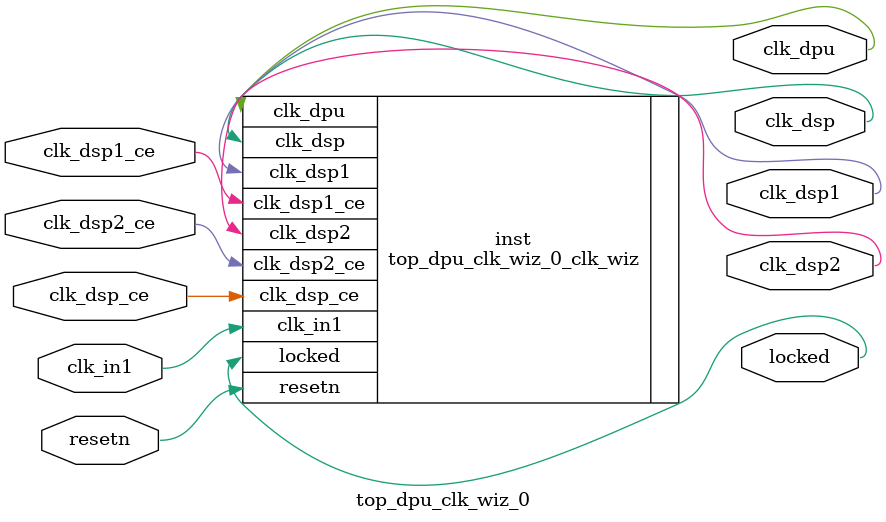
<source format=v>


`timescale 1ps/1ps

(* CORE_GENERATION_INFO = "top_dpu_clk_wiz_0,clk_wiz_v6_0_15_0_0,{component_name=top_dpu_clk_wiz_0,use_phase_alignment=false,use_min_o_jitter=false,use_max_i_jitter=false,use_dyn_phase_shift=false,use_inclk_switchover=false,use_dyn_reconfig=false,enable_axi=0,feedback_source=FDBK_AUTO,PRIMITIVE=PLL,num_out_clk=4,clkin1_period=10.001,clkin2_period=10.000,use_power_down=false,use_reset=true,use_locked=true,use_inclk_stopped=false,feedback_type=SINGLE,CLOCK_MGR_TYPE=NA,manual_override=false}" *)

module top_dpu_clk_wiz_0 
 (
  // Clock out ports
  input         clk_dsp_ce,
  output        clk_dsp,
  input         clk_dsp1_ce,
  output        clk_dsp1,
  input         clk_dsp2_ce,
  output        clk_dsp2,
  output        clk_dpu,
  // Status and control signals
  input         resetn,
  output        locked,
 // Clock in ports
  input         clk_in1
 );

  top_dpu_clk_wiz_0_clk_wiz inst
  (
  // Clock out ports  
  .clk_dsp_ce(clk_dsp_ce),
  .clk_dsp(clk_dsp),
  .clk_dsp1_ce(clk_dsp1_ce),
  .clk_dsp1(clk_dsp1),
  .clk_dsp2_ce(clk_dsp2_ce),
  .clk_dsp2(clk_dsp2),
  .clk_dpu(clk_dpu),
  // Status and control signals               
  .resetn(resetn), 
  .locked(locked),
 // Clock in ports
  .clk_in1(clk_in1)
  );

endmodule

</source>
